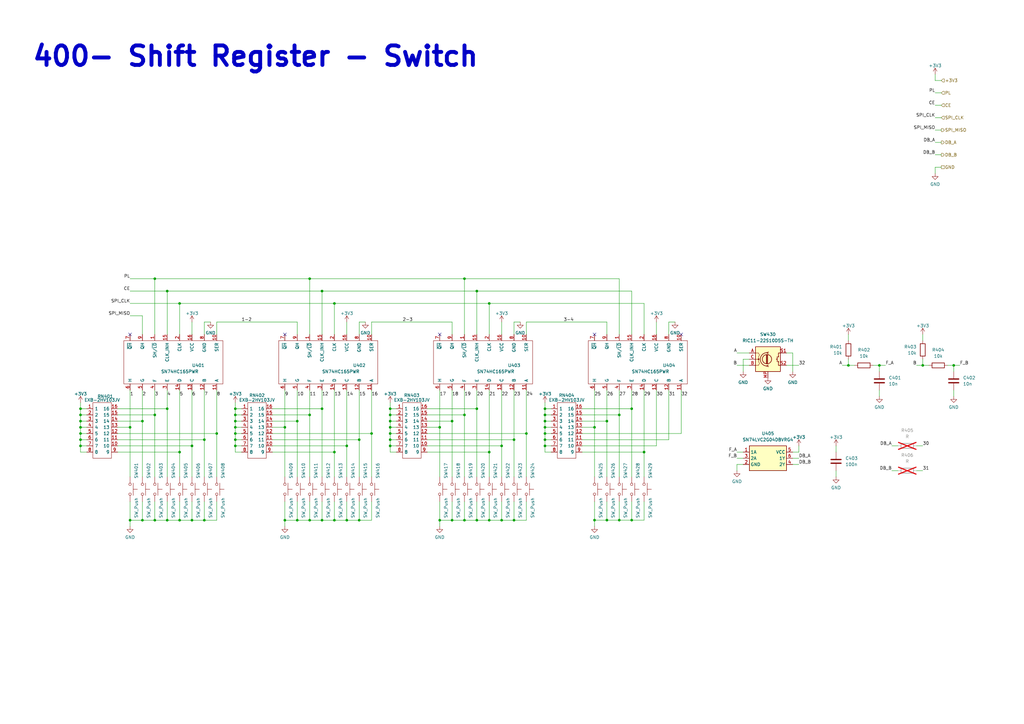
<source format=kicad_sch>
(kicad_sch (version 20231120) (generator "eeschema") (generator_version "8.0")
  (paper "A3")
  (title_block (title "PMK_Keyboard") (date "2024-02-11") (rev "HW01") (company "PumaCorp") (comment 1 "Design by: NdG"))
  (lib_symbols
    (symbol "Component lib:EXB-2HV103JV" (pin_names (offset 0.762))
      (property "Reference" "RN" (at 1.27 7.62 0))
      (property "Value" "EXB-2HV103JV" (at 1.27 5.08 0))
      (symbol "EXB-2HV103JV_0_0"
        (pin passive line (at 0 0 0) (length 2.54) (name "1") (number "1"))
        (pin passive line (at 12.7 -15.24 180) (length 2.54) (name "10") (number "10"))
        (pin passive line (at 12.7 -12.7 180) (length 2.54) (name "11") (number "11"))
        (pin passive line (at 12.7 -10.16 180) (length 2.54) (name "12") (number "12"))
        (pin passive line (at 12.7 -7.62 180) (length 2.54) (name "13") (number "13"))
        (pin passive line (at 12.7 -5.08 180) (length 2.54) (name "14") (number "14"))
        (pin passive line (at 12.7 -2.54 180) (length 2.54) (name "15") (number "15"))
        (pin passive line (at 12.7 0 180) (length 2.54) (name "16") (number "16"))
        (pin passive line (at 0 -2.54 0) (length 2.54) (name "2") (number "2"))
        (pin passive line (at 0 -5.08 0) (length 2.54) (name "3") (number "3"))
        (pin passive line (at 0 -7.62 0) (length 2.54) (name "4") (number "4"))
        (pin passive line (at 0 -10.16 0) (length 2.54) (name "5") (number "5"))
        (pin passive line (at 0 -12.7 0) (length 2.54) (name "6") (number "6"))
        (pin passive line (at 0 -15.24 0) (length 2.54) (name "7") (number "7"))
        (pin passive line (at 0 -17.78 0) (length 2.54) (name "8") (number "8"))
        (pin passive line (at 12.7 -17.78 180) (length 2.54) (name "9") (number "9"))
      )
      (symbol "EXB-2HV103JV_0_1"
        (polyline (pts (xy 2.54 2.54) (xy 10.16 2.54) (xy 10.16 -20.32) (xy 2.54 -20.32) (xy 2.54 2.54)) (stroke (width 0.1524)))
      )
    )
    (symbol "Component_lib:C" (pin_numbers hide) (pin_names (offset 0.254))
      (property "Reference" "C" (at 0.635 -1.27 0))
      (property "Value" "C" (at 0.635 -6.35 0))
      (symbol "C_0_1"
        (polyline (pts (xy -2.032 -4.572) (xy 2.032 -4.572)) (stroke (width 0.508)))
        (polyline (pts (xy -2.032 -3.048) (xy 2.032 -3.048)) (stroke (width 0.508)))
      )
      (symbol "C_1_1"
        (pin passive line (at 0 0 270) (length 2.794) (name "~") (number "1"))
        (pin passive line (at 0 -7.62 90) (length 2.794) (name "~") (number "2"))
      )
    )
    (symbol "Component_lib:R" (pin_numbers hide) (pin_names (offset 0))
      (property "Reference" "R" (at 2.032 -3.81 90))
      (property "Value" "R" (at 0 -3.81 90))
      (symbol "R_0_1"
        (rectangle (start -1.016 -6.35) (end 1.016 -1.27) (stroke (width 0.254)))
      )
      (symbol "R_1_1"
        (pin passive line (at 0 0 270) (length 1.27) (name "~") (number "1"))
        (pin passive line (at 0 -7.62 90) (length 1.27) (name "~") (number "2"))
      )
    )
    (symbol "Component_lib:RIC11-22S10D5S-TH" (pin_names (offset 0.254) hide)
      (property "Reference" "SW" (at 0 6.604 0))
      (property "Value" "RIC11-22S10D5S-TH" (at 0 -6.604 0))
      (symbol "RIC11-22S10D5S-TH_0_1"
        (rectangle (start -5.08 5.08) (end 5.08 -5.08) (stroke (width 0.254)) (fill (type background)))
        (circle (center -3.81 0) (radius 0.254) (fill (type outline)))
        (circle (center -0.381 0) (radius 1.905) (stroke (width 0.254)))
        (arc (start -0.381 2.667) (mid -3.0988 -0.0635) (end -0.381 -2.794) (stroke (width 0.254)))
        (polyline (pts (xy -0.635 -1.778) (xy -0.635 1.778)) (stroke (width 0.254)))
        (polyline (pts (xy -0.381 -1.778) (xy -0.381 1.778)) (stroke (width 0.254)))
        (polyline (pts (xy -0.127 1.778) (xy -0.127 -1.778)) (stroke (width 0.254)))
        (polyline (pts (xy 3.81 0) (xy 3.429 0)) (stroke (width 0.254)))
        (polyline (pts (xy 3.81 1.016) (xy 3.81 -1.016)) (stroke (width 0.254)))
        (polyline (pts (xy -5.08 -2.54) (xy -3.81 -2.54) (xy -3.81 -2.032)))
        (polyline (pts (xy -5.08 2.54) (xy -3.81 2.54) (xy -3.81 2.032)))
        (polyline (pts (xy 0.254 -3.048) (xy -0.508 -2.794) (xy 0.127 -2.413)) (stroke (width 0.254)))
        (polyline (pts (xy 0.254 2.921) (xy -0.508 2.667) (xy 0.127 2.286)) (stroke (width 0.254)))
        (polyline (pts (xy 5.08 -2.54) (xy 4.318 -2.54) (xy 4.318 -1.016)) (stroke (width 0.254)))
        (polyline (pts (xy 5.08 2.54) (xy 4.318 2.54) (xy 4.318 1.016)) (stroke (width 0.254)))
        (polyline (pts (xy -5.08 0) (xy -3.81 0) (xy -3.81 -1.016) (xy -3.302 -2.032)))
        (polyline (pts (xy -4.318 0) (xy -3.81 0) (xy -3.81 1.016) (xy -3.302 2.032)))
        (circle (center 4.318 -1.016) (radius 0.127) (stroke (width 0.254)))
        (circle (center 4.318 1.016) (radius 0.127) (stroke (width 0.254)))
      )
      (symbol "RIC11-22S10D5S-TH_1_1"
        (pin passive line (at -7.62 2.54 0) (length 2.54) (name "A") (number "A"))
        (pin passive line (at -7.62 -2.54 0) (length 2.54) (name "B") (number "B"))
        (pin passive line (at -7.62 0 0) (length 2.54) (name "C") (number "C"))
        (pin passive line (at 0 -7.62 90) (length 2.54) (name "MP") (number "MP"))
        (pin passive line (at 7.62 2.54 180) (length 2.54) (name "S1") (number "S1"))
        (pin passive line (at 7.62 -2.54 180) (length 2.54) (name "S2") (number "S2"))
      )
    )
    (symbol "Component_lib:SN74HC165PWR" (pin_names (offset 0.762))
      (property "Reference" "U" (at 2.54 5.08 0))
      (property "Value" "SN74HC165PWR" (at 7.62 5.08 0))
      (symbol "SN74HC165PWR_0_0"
        (pin passive line (at 22.86 -10.16 180) (length 2.54) (name "SH/~{LD}") (number "1"))
        (pin passive line (at 22.86 -35.56 180) (length 2.54) (name "SER") (number "10"))
        (pin passive line (at 0 -35.56 0) (length 2.54) (name "A") (number "11"))
        (pin passive line (at 0 -30.48 0) (length 2.54) (name "B") (number "12"))
        (pin passive line (at 0 -25.4 0) (length 2.54) (name "C") (number "13"))
        (pin passive line (at 0 -20.32 0) (length 2.54) (name "D") (number "14"))
        (pin passive line (at 22.86 -15.24 180) (length 2.54) (name "CLK_INH") (number "15"))
        (pin passive line (at 22.86 -25.4 180) (length 2.54) (name "VCC") (number "16"))
        (pin passive line (at 22.86 -20.32 180) (length 2.54) (name "CLK") (number "2"))
        (pin passive line (at 0 -15.24 0) (length 2.54) (name "E") (number "3"))
        (pin passive line (at 0 -10.16 0) (length 2.54) (name "F") (number "4"))
        (pin passive line (at 0 -5.08 0) (length 2.54) (name "G") (number "5"))
        (pin passive line (at 0 0 0) (length 2.54) (name "H") (number "6"))
        (pin passive line (at 22.86 0 180) (length 2.54) (name "~{QH}") (number "7"))
        (pin passive line (at 22.86 -30.48 180) (length 2.54) (name "GND") (number "8"))
        (pin passive line (at 22.86 -5.08 180) (length 2.54) (name "QH") (number "9"))
      )
      (symbol "SN74HC165PWR_0_1"
        (rectangle (start 2.54 2.54) (end 20.32 -38.1) (stroke (width 0.1524)))
      )
    )
    (symbol "Component_lib:SN74LVC2G04DBVRG4"
      (property "Reference" "U" (at 5.08 7.62 0))
      (property "Value" "SN74LVC2G04DBVRG4" (at 5.08 5.08 0))
      (symbol "SN74LVC2G04DBVRG4_1_1"
        (rectangle (start 2.54 2.54) (end 17.78 -7.62) (stroke (width 0.254)) (fill (type background)))
        (pin passive line (at 0 0 0) (length 2.54) (name "1A") (number "1"))
        (pin passive line (at 0 -5.08 0) (length 2.54) (name "GND") (number "2"))
        (pin passive line (at 0 -2.54 0) (length 2.54) (name "2A") (number "3"))
        (pin passive line (at 20.32 -5.08 180) (length 2.54) (name "2Y") (number "4"))
        (pin passive line (at 20.32 0 180) (length 2.54) (name "VCC") (number "5"))
        (pin passive line (at 20.32 -2.54 180) (length 2.54) (name "1Y") (number "6"))
      )
    )
    (symbol "Switch:SW_Push" (pin_numbers hide) (pin_names (offset 1.016) hide)
      (property "Reference" "SW" (at 1.27 2.54 0))
      (property "Value" "SW_Push" (at 0 -1.524 0))
      (symbol "SW_Push_0_1"
        (circle (center -2.032 0) (radius 0.508))
        (polyline (pts (xy 0 1.27) (xy 0 3.048)))
        (polyline (pts (xy 2.54 1.27) (xy -2.54 1.27)))
        (circle (center 2.032 0) (radius 0.508))
        (pin passive line (at -5.08 0 0) (length 2.54) (name "1") (number "1"))
        (pin passive line (at 5.08 0 180) (length 2.54) (name "2") (number "2"))
      )
    )
    (symbol "power:+3V3" (power) (pin_names (offset 0))
      (property "Value" "+3V3" (at 0 3.556 0))
      (symbol "+3V3_0_1"
        (polyline (pts (xy -0.762 1.27) (xy 0 2.54)))
        (polyline (pts (xy 0 0) (xy 0 2.54)))
        (polyline (pts (xy 0 2.54) (xy 0.762 1.27)))
      )
      (symbol "+3V3_1_1"
        (pin power_in line (at 0 0 90) (length 0) hide (name "+3V3") (number "1"))
      )
    )
    (symbol "power:GND" (power) (pin_names (offset 0))
      (property "Value" "GND" (at 0 -3.81 0))
      (symbol "GND_0_1"
        (polyline (pts (xy 0 0) (xy 0 -1.27) (xy 1.27 -1.27) (xy 0 -2.54) (xy -1.27 -1.27) (xy 0 -1.27)))
      )
      (symbol "GND_1_1"
        (pin power_in line (at 0 0 270) (length 0) hide (name "GND") (number "1"))
      )
    )
  )
  (junction (at 137.16 124.46))
  (junction (at 223.52 177.8))
  (junction (at 160.02 175.26))
  (junction (at 127 170.18))
  (junction (at 121.92 213.36))
  (junction (at 68.58 213.36))
  (junction (at 33.02 180.34))
  (junction (at 142.24 182.88))
  (junction (at 33.02 170.18))
  (junction (at 142.24 213.36))
  (junction (at 96.52 175.26))
  (junction (at 391.16 149.86))
  (junction (at 243.84 213.3229))
  (junction (at 132.08 213.36))
  (junction (at 190.5 114.3))
  (junction (at 137.16 213.36))
  (junction (at 190.5 213.36))
  (junction (at 223.52 180.34))
  (junction (at 33.02 167.64))
  (junction (at 33.02 182.88))
  (junction (at 83.82 180.34))
  (junction (at 63.5 170.18))
  (junction (at 185.42 213.36))
  (junction (at 147.32 180.34))
  (junction (at 127 213.36))
  (junction (at 33.02 177.8))
  (junction (at 254 213.3229))
  (junction (at 127 114.3))
  (junction (at 116.84 213.36))
  (junction (at 96.52 180.34))
  (junction (at 205.74 182.88))
  (junction (at 223.52 175.26))
  (junction (at 73.66 124.46))
  (junction (at 58.42 213.36))
  (junction (at 160.02 180.34))
  (junction (at 185.42 172.72))
  (junction (at 248.92 172.72))
  (junction (at 347.98 149.86))
  (junction (at 243.84 175.26))
  (junction (at 195.58 213.36))
  (junction (at 53.34 213.36))
  (junction (at 248.92 213.3229))
  (junction (at 205.74 213.36))
  (junction (at 96.52 177.8))
  (junction (at 33.02 175.26))
  (junction (at 160.02 170.18))
  (junction (at 210.82 213.36))
  (junction (at 195.58 167.64))
  (junction (at 259.08 167.64))
  (junction (at 63.5 114.3))
  (junction (at 137.16 185.42))
  (junction (at 73.66 185.42))
  (junction (at 190.5 170.18))
  (junction (at 33.02 172.72))
  (junction (at 215.9 177.8))
  (junction (at 254 170.18))
  (junction (at 195.58 119.38))
  (junction (at 116.84 175.26))
  (junction (at 132.08 119.38))
  (junction (at 223.52 172.72))
  (junction (at 200.66 185.42))
  (junction (at 223.52 170.18))
  (junction (at 210.82 180.34))
  (junction (at 200.66 124.46))
  (junction (at 58.42 172.72))
  (junction (at 53.34 175.26))
  (junction (at 360.68 149.86))
  (junction (at 63.5 213.36))
  (junction (at 259.08 213.3229))
  (junction (at 96.52 167.64))
  (junction (at 83.82 213.36))
  (junction (at 78.74 213.36))
  (junction (at 96.52 182.88))
  (junction (at 96.52 172.72))
  (junction (at 73.66 213.36))
  (junction (at 96.52 170.18))
  (junction (at 121.92 172.72))
  (junction (at 180.34 175.26))
  (junction (at 132.08 167.64))
  (junction (at 180.34 213.36))
  (junction (at 78.74 182.88))
  (junction (at 160.02 172.72))
  (junction (at 160.02 177.8))
  (junction (at 68.58 167.64))
  (junction (at 160.02 167.64))
  (junction (at 223.52 167.64))
  (junction (at 88.9 177.8))
  (junction (at 223.52 182.88))
  (junction (at 378.46 149.86))
  (junction (at 264.16 185.42))
  (junction (at 147.32 213.36))
  (junction (at 68.58 119.38))
  (junction (at 200.66 213.36))
  (junction (at 160.02 182.88))
  (junction (at 152.4 177.8))
  (no_connect (at 180.34 137.16))
  (no_connect (at 53.34 137.16))
  (no_connect (at 243.84 137.16))
  (no_connect (at 279.4 137.16))
  (no_connect (at 116.84 137.16))
  (wire (pts (xy 205.74 205.74) (xy 205.74 213.36)))
  (wire (pts (xy 195.58 205.74) (xy 195.58 213.36)))
  (wire (pts (xy 365.76 182.88) (xy 368.3 182.88)))
  (wire (pts (xy 33.02 175.26) (xy 33.02 177.8)))
  (wire (pts (xy 200.66 213.36) (xy 195.58 213.36)))
  (wire (pts (xy 302.26 149.86) (xy 307.34 149.86)))
  (wire (pts (xy 185.42 160.02) (xy 185.42 172.72)))
  (wire (pts (xy 78.74 132.08) (xy 78.74 137.16)))
  (wire (pts (xy 132.08 213.36) (xy 127 213.36)))
  (wire (pts (xy 215.9 132.08) (xy 248.92 132.08)))
  (wire (pts (xy 127 205.74) (xy 127 213.36)))
  (wire (pts (xy 210.82 160.02) (xy 210.82 180.34)))
  (wire (pts (xy 215.9 137.16) (xy 215.9 132.08)))
  (wire (pts (xy 302.26 190.5) (xy 302.26 193.04)))
  (wire (pts (xy 391.16 160.02) (xy 391.16 162.56)))
  (wire (pts (xy 96.52 175.26) (xy 99.06 175.26)))
  (wire (pts (xy 190.5 114.3) (xy 190.5 137.16)))
  (wire (pts (xy 248.92 172.72) (xy 248.92 195.58)))
  (wire (pts (xy 200.66 205.74) (xy 200.66 213.36)))
  (wire (pts (xy 88.9 213.36) (xy 83.82 213.36)))
  (wire (pts (xy 142.24 182.88) (xy 142.24 195.58)))
  (wire (pts (xy 238.76 177.8) (xy 279.4 177.8)))
  (wire (pts (xy 185.42 213.36) (xy 185.42 205.74)))
  (wire (pts (xy 223.52 167.64) (xy 226.06 167.64)))
  (wire (pts (xy 88.9 205.74) (xy 88.9 213.36)))
  (wire (pts (xy 78.74 182.88) (xy 78.74 195.58)))
  (wire (pts (xy 142.24 213.36) (xy 137.16 213.36)))
  (wire (pts (xy 238.76 185.42) (xy 264.16 185.42)))
  (wire (pts (xy 327.66 182.88) (xy 327.66 185.42)))
  (wire (pts (xy 86.36 132.08) (xy 83.82 132.08)))
  (wire (pts (xy 96.52 165.1) (xy 96.52 167.64)))
  (wire (pts (xy 195.58 160.02) (xy 195.58 167.64)))
  (wire (pts (xy 360.68 160.02) (xy 360.68 162.56)))
  (wire (pts (xy 378.46 137.16) (xy 378.46 139.7)))
  (wire (pts (xy 175.26 172.72) (xy 185.42 172.72)))
  (wire (pts (xy 264.16 160.02) (xy 264.16 185.42)))
  (wire (pts (xy 111.76 182.88) (xy 142.24 182.88)))
  (wire (pts (xy 383.54 43.18) (xy 386.08 43.18)))
  (wire (pts (xy 33.02 167.64) (xy 33.02 170.18)))
  (wire (pts (xy 223.52 177.8) (xy 223.52 180.34)))
  (wire (pts (xy 96.52 172.72) (xy 96.52 175.26)))
  (wire (pts (xy 96.52 172.72) (xy 99.06 172.72)))
  (wire (pts (xy 223.52 182.88) (xy 223.52 185.42)))
  (wire (pts (xy 259.08 167.64) (xy 259.08 195.58)))
  (wire (pts (xy 48.26 177.8) (xy 88.9 177.8)))
  (wire (pts (xy 96.52 182.88) (xy 99.06 182.88)))
  (wire (pts (xy 391.16 149.86) (xy 391.16 152.4)))
  (wire (pts (xy 33.02 175.26) (xy 35.56 175.26)))
  (wire (pts (xy 259.08 119.38) (xy 259.08 137.16)))
  (wire (pts (xy 223.52 170.18) (xy 223.52 172.72)))
  (wire (pts (xy 223.52 172.72) (xy 223.52 175.26)))
  (wire (pts (xy 215.9 213.36) (xy 210.82 213.36)))
  (wire (pts (xy 160.02 182.88) (xy 162.56 182.88)))
  (wire (pts (xy 200.66 124.46) (xy 200.66 137.16)))
  (wire (pts (xy 190.5 170.18) (xy 190.5 195.58)))
  (wire (pts (xy 53.34 215.9) (xy 53.34 213.36)))
  (wire (pts (xy 63.5 213.36) (xy 58.42 213.36)))
  (wire (pts (xy 137.16 160.02) (xy 137.16 185.42)))
  (wire (pts (xy 33.02 172.72) (xy 35.56 172.72)))
  (wire (pts (xy 147.32 213.36) (xy 142.24 213.36)))
  (wire (pts (xy 248.92 132.08) (xy 248.92 137.16)))
  (wire (pts (xy 88.9 177.8) (xy 88.9 195.58)))
  (wire (pts (xy 58.42 213.36) (xy 58.42 205.74)))
  (wire (pts (xy 345.44 149.86) (xy 347.98 149.86)))
  (wire (pts (xy 347.98 149.86) (xy 350.52 149.86)))
  (wire (pts (xy 248.92 213.3229) (xy 248.92 205.74)))
  (wire (pts (xy 160.02 167.64) (xy 162.56 167.64)))
  (wire (pts (xy 185.42 172.72) (xy 185.42 195.58)))
  (wire (pts (xy 68.58 119.38) (xy 68.58 137.16)))
  (wire (pts (xy 33.02 185.42) (xy 35.56 185.42)))
  (wire (pts (xy 127 114.3) (xy 190.5 114.3)))
  (wire (pts (xy 33.02 180.34) (xy 35.56 180.34)))
  (wire (pts (xy 68.58 167.64) (xy 68.58 195.58)))
  (wire (pts (xy 149.86 132.08) (xy 147.32 132.08)))
  (wire (pts (xy 215.9 177.8) (xy 215.9 195.58)))
  (wire (pts (xy 121.92 172.72) (xy 121.92 195.58)))
  (wire (pts (xy 210.82 213.36) (xy 205.74 213.36)))
  (wire (pts (xy 33.02 167.64) (xy 35.56 167.64)))
  (wire (pts (xy 63.5 205.74) (xy 63.5 213.36)))
  (wire (pts (xy 83.82 160.02) (xy 83.82 180.34)))
  (wire (pts (xy 185.42 132.08) (xy 185.42 137.16)))
  (wire (pts (xy 175.26 185.42) (xy 200.66 185.42)))
  (wire (pts (xy 264.16 185.42) (xy 264.16 195.58)))
  (wire (pts (xy 325.12 187.96) (xy 327.66 187.96)))
  (wire (pts (xy 33.02 172.72) (xy 33.02 175.26)))
  (wire (pts (xy 152.4 213.36) (xy 147.32 213.36)))
  (wire (pts (xy 223.52 180.34) (xy 223.52 182.88)))
  (wire (pts (xy 132.08 167.64) (xy 132.08 195.58)))
  (wire (pts (xy 254 160.02) (xy 254 170.18)))
  (wire (pts (xy 63.5 114.3) (xy 127 114.3)))
  (wire (pts (xy 127 213.36) (xy 121.92 213.36)))
  (wire (pts (xy 33.02 177.8) (xy 35.56 177.8)))
  (wire (pts (xy 116.84 175.26) (xy 116.84 195.58)))
  (wire (pts (xy 195.58 119.38) (xy 259.08 119.38)))
  (wire (pts (xy 73.66 160.02) (xy 73.66 185.42)))
  (wire (pts (xy 238.76 167.64) (xy 259.08 167.64)))
  (wire (pts (xy 152.4 177.8) (xy 152.4 195.58)))
  (wire (pts (xy 254 170.18) (xy 254 195.58)))
  (wire (pts (xy 152.4 205.74) (xy 152.4 213.36)))
  (wire (pts (xy 223.52 182.88) (xy 226.06 182.88)))
  (wire (pts (xy 223.52 170.18) (xy 226.06 170.18)))
  (wire (pts (xy 254 213.3229) (xy 248.92 213.3229)))
  (wire (pts (xy 53.34 114.3) (xy 63.5 114.3)))
  (wire (pts (xy 160.02 165.1) (xy 160.02 167.64)))
  (wire (pts (xy 195.58 119.38) (xy 195.58 137.16)))
  (wire (pts (xy 254 205.74) (xy 254 213.3229)))
  (wire (pts (xy 210.82 205.74) (xy 210.82 213.36)))
  (wire (pts (xy 213.36 132.08) (xy 210.82 132.08)))
  (wire (pts (xy 88.9 137.16) (xy 88.9 132.08)))
  (wire (pts (xy 238.76 170.18) (xy 254 170.18)))
  (wire (pts (xy 116.84 215.9) (xy 116.84 213.36)))
  (wire (pts (xy 215.9 205.74) (xy 215.9 213.36)))
  (wire (pts (xy 180.34 160.02) (xy 180.34 175.26)))
  (wire (pts (xy 223.52 177.8) (xy 226.06 177.8)))
  (wire (pts (xy 223.52 175.26) (xy 223.52 177.8)))
  (wire (pts (xy 147.32 180.34) (xy 147.32 195.58)))
  (wire (pts (xy 342.9 193.04) (xy 342.9 195.58)))
  (wire (pts (xy 142.24 205.74) (xy 142.24 213.36)))
  (wire (pts (xy 68.58 213.36) (xy 63.5 213.36)))
  (wire (pts (xy 152.4 137.16) (xy 152.4 132.08)))
  (wire (pts (xy 243.84 160.02) (xy 243.84 175.26)))
  (wire (pts (xy 53.34 160.02) (xy 53.34 175.26)))
  (wire (pts (xy 383.54 68.58) (xy 383.54 71.12)))
  (wire (pts (xy 160.02 170.18) (xy 162.56 170.18)))
  (wire (pts (xy 160.02 180.34) (xy 162.56 180.34)))
  (wire (pts (xy 160.02 167.64) (xy 160.02 170.18)))
  (wire (pts (xy 195.58 167.64) (xy 195.58 195.58)))
  (wire (pts (xy 53.34 175.26) (xy 53.34 195.58)))
  (wire (pts (xy 152.4 160.02) (xy 152.4 177.8)))
  (wire (pts (xy 210.82 132.08) (xy 210.82 137.16)))
  (wire (pts (xy 96.52 170.18) (xy 99.06 170.18)))
  (wire (pts (xy 116.84 160.02) (xy 116.84 175.26)))
  (wire (pts (xy 142.24 160.02) (xy 142.24 182.88)))
  (wire (pts (xy 111.76 177.8) (xy 152.4 177.8)))
  (wire (pts (xy 48.26 175.26) (xy 53.34 175.26)))
  (wire (pts (xy 322.58 149.86) (xy 327.66 149.86)))
  (wire (pts (xy 391.16 149.86) (xy 393.7 149.86)))
  (wire (pts (xy 88.9 132.08) (xy 121.92 132.08)))
  (wire (pts (xy 48.26 172.72) (xy 58.42 172.72)))
  (wire (pts (xy 322.58 144.78) (xy 325.12 144.78)))
  (wire (pts (xy 53.34 129.54) (xy 58.42 129.54)))
  (wire (pts (xy 383.54 48.26) (xy 386.08 48.26)))
  (wire (pts (xy 48.26 185.42) (xy 73.66 185.42)))
  (wire (pts (xy 48.26 182.88) (xy 78.74 182.88)))
  (wire (pts (xy 111.76 167.64) (xy 132.08 167.64)))
  (wire (pts (xy 180.34 213.36) (xy 185.42 213.36)))
  (wire (pts (xy 378.46 149.86) (xy 381 149.86)))
  (wire (pts (xy 304.8 190.5) (xy 302.26 190.5)))
  (wire (pts (xy 205.74 213.36) (xy 200.66 213.36)))
  (wire (pts (xy 175.26 170.18) (xy 190.5 170.18)))
  (wire (pts (xy 142.24 132.08) (xy 142.24 137.16)))
  (wire (pts (xy 302.26 187.96) (xy 304.8 187.96)))
  (wire (pts (xy 175.26 182.88) (xy 205.74 182.88)))
  (wire (pts (xy 53.34 119.38) (xy 68.58 119.38)))
  (wire (pts (xy 180.34 215.9) (xy 180.34 213.36)))
  (wire (pts (xy 210.82 180.34) (xy 210.82 195.58)))
  (wire (pts (xy 53.34 124.46) (xy 73.66 124.46)))
  (wire (pts (xy 223.52 175.26) (xy 226.06 175.26)))
  (wire (pts (xy 48.26 170.18) (xy 63.5 170.18)))
  (wire (pts (xy 96.52 180.34) (xy 99.06 180.34)))
  (wire (pts (xy 223.52 167.64) (xy 223.52 170.18)))
  (wire (pts (xy 248.92 160.02) (xy 248.92 172.72)))
  (wire (pts (xy 132.08 205.74) (xy 132.08 213.36)))
  (wire (pts (xy 375.92 149.86) (xy 378.46 149.86)))
  (wire (pts (xy 160.02 177.8) (xy 162.56 177.8)))
  (wire (pts (xy 375.92 193.04) (xy 378.46 193.04)))
  (wire (pts (xy 116.84 213.36) (xy 121.92 213.36)))
  (wire (pts (xy 78.74 160.02) (xy 78.74 182.88)))
  (wire (pts (xy 160.02 185.42) (xy 162.56 185.42)))
  (wire (pts (xy 360.68 149.86) (xy 363.22 149.86)))
  (wire (pts (xy 302.26 144.78) (xy 307.34 144.78)))
  (wire (pts (xy 127 114.3) (xy 127 137.16)))
  (wire (pts (xy 259.08 205.74) (xy 259.08 213.3229)))
  (wire (pts (xy 190.5 213.36) (xy 185.42 213.36)))
  (wire (pts (xy 325.12 144.78) (xy 325.12 152.4)))
  (wire (pts (xy 33.02 170.18) (xy 35.56 170.18)))
  (wire (pts (xy 190.5 114.3) (xy 254 114.3)))
  (wire (pts (xy 274.32 132.08) (xy 276.86 132.08)))
  (wire (pts (xy 116.84 205.74) (xy 116.84 213.36)))
  (wire (pts (xy 53.34 205.74) (xy 53.34 213.36)))
  (wire (pts (xy 63.5 137.16) (xy 63.5 114.3)))
  (wire (pts (xy 111.76 185.42) (xy 137.16 185.42)))
  (wire (pts (xy 96.52 180.34) (xy 96.52 182.88)))
  (wire (pts (xy 254 114.3) (xy 254 137.16)))
  (wire (pts (xy 302.26 185.42) (xy 304.8 185.42)))
  (wire (pts (xy 383.54 30.48) (xy 383.54 33.02)))
  (wire (pts (xy 83.82 132.08) (xy 83.82 137.16)))
  (wire (pts (xy 127 160.02) (xy 127 170.18)))
  (wire (pts (xy 243.84 175.26) (xy 243.84 195.58)))
  (wire (pts (xy 238.76 180.34) (xy 274.32 180.34)))
  (wire (pts (xy 205.74 160.02) (xy 205.74 182.88)))
  (wire (pts (xy 132.08 119.38) (xy 195.58 119.38)))
  (wire (pts (xy 274.32 137.16) (xy 274.32 132.08)))
  (wire (pts (xy 147.32 205.74) (xy 147.32 213.36)))
  (wire (pts (xy 96.52 167.64) (xy 99.06 167.64)))
  (wire (pts (xy 73.66 185.42) (xy 73.66 195.58)))
  (wire (pts (xy 121.92 213.36) (xy 121.92 205.74)))
  (wire (pts (xy 96.52 177.8) (xy 99.06 177.8)))
  (wire (pts (xy 121.92 132.08) (xy 121.92 137.16)))
  (wire (pts (xy 223.52 185.42) (xy 226.06 185.42)))
  (wire (pts (xy 175.26 177.8) (xy 215.9 177.8)))
  (wire (pts (xy 243.84 215.9) (xy 243.84 213.3229)))
  (wire (pts (xy 325.12 190.5) (xy 327.66 190.5)))
  (wire (pts (xy 279.4 160.02) (xy 279.4 177.8)))
  (wire (pts (xy 259.08 160.02) (xy 259.08 167.64)))
  (wire (pts (xy 152.4 132.08) (xy 185.42 132.08)))
  (wire (pts (xy 83.82 205.74) (xy 83.82 213.36)))
  (wire (pts (xy 160.02 172.72) (xy 162.56 172.72)))
  (wire (pts (xy 360.68 149.86) (xy 360.68 152.4)))
  (wire (pts (xy 238.76 175.26) (xy 243.84 175.26)))
  (wire (pts (xy 388.62 149.86) (xy 391.16 149.86)))
  (wire (pts (xy 264.16 213.3229) (xy 259.08 213.3229)))
  (wire (pts (xy 327.66 185.42) (xy 325.12 185.42)))
  (wire (pts (xy 347.98 137.16) (xy 347.98 139.7)))
  (wire (pts (xy 111.76 170.18) (xy 127 170.18)))
  (wire (pts (xy 304.8 147.32) (xy 304.8 152.4)))
  (wire (pts (xy 200.66 160.02) (xy 200.66 185.42)))
  (wire (pts (xy 383.54 63.5) (xy 386.08 63.5)))
  (wire (pts (xy 96.52 182.88) (xy 96.52 185.42)))
  (wire (pts (xy 83.82 213.36) (xy 78.74 213.36)))
  (wire (pts (xy 137.16 185.42) (xy 137.16 195.58)))
  (wire (pts (xy 180.34 205.74) (xy 180.34 213.36)))
  (wire (pts (xy 83.82 180.34) (xy 83.82 195.58)))
  (wire (pts (xy 58.42 129.54) (xy 58.42 137.16)))
  (wire (pts (xy 58.42 172.72) (xy 58.42 195.58)))
  (wire (pts (xy 78.74 205.74) (xy 78.74 213.36)))
  (wire (pts (xy 111.76 175.26) (xy 116.84 175.26)))
  (wire (pts (xy 365.76 193.04) (xy 368.3 193.04)))
  (wire (pts (xy 180.34 175.26) (xy 180.34 195.58)))
  (wire (pts (xy 73.66 137.16) (xy 73.66 124.46)))
  (wire (pts (xy 73.66 213.36) (xy 68.58 213.36)))
  (wire (pts (xy 53.34 213.36) (xy 58.42 213.36)))
  (wire (pts (xy 223.52 180.34) (xy 226.06 180.34)))
  (wire (pts (xy 63.5 170.18) (xy 63.5 195.58)))
  (wire (pts (xy 175.26 167.64) (xy 195.58 167.64)))
  (wire (pts (xy 358.14 149.86) (xy 360.68 149.86)))
  (wire (pts (xy 269.24 160.02) (xy 269.24 182.88)))
  (wire (pts (xy 200.66 185.42) (xy 200.66 195.58)))
  (wire (pts (xy 111.76 172.72) (xy 121.92 172.72)))
  (wire (pts (xy 132.08 119.38) (xy 132.08 137.16)))
  (wire (pts (xy 111.76 180.34) (xy 147.32 180.34)))
  (wire (pts (xy 160.02 175.26) (xy 162.56 175.26)))
  (wire (pts (xy 48.26 167.64) (xy 68.58 167.64)))
  (wire (pts (xy 160.02 180.34) (xy 160.02 182.88)))
  (wire (pts (xy 137.16 213.36) (xy 132.08 213.36)))
  (wire (pts (xy 58.42 160.02) (xy 58.42 172.72)))
  (wire (pts (xy 160.02 170.18) (xy 160.02 172.72)))
  (wire (pts (xy 175.26 180.34) (xy 210.82 180.34)))
  (wire (pts (xy 307.34 147.32) (xy 304.8 147.32)))
  (wire (pts (xy 347.98 147.32) (xy 347.98 149.86)))
  (wire (pts (xy 96.52 170.18) (xy 96.52 172.72)))
  (wire (pts (xy 132.08 160.02) (xy 132.08 167.64)))
  (wire (pts (xy 96.52 167.64) (xy 96.52 170.18)))
  (wire (pts (xy 147.32 160.02) (xy 147.32 180.34)))
  (wire (pts (xy 264.16 205.74) (xy 264.16 213.3229)))
  (wire (pts (xy 73.66 124.46) (xy 137.16 124.46)))
  (wire (pts (xy 33.02 177.8) (xy 33.02 180.34)))
  (wire (pts (xy 238.76 172.72) (xy 248.92 172.72)))
  (wire (pts (xy 274.32 160.02) (xy 274.32 180.34)))
  (wire (pts (xy 33.02 170.18) (xy 33.02 172.72)))
  (wire (pts (xy 33.02 180.34) (xy 33.02 182.88)))
  (wire (pts (xy 160.02 172.72) (xy 160.02 175.26)))
  (wire (pts (xy 96.52 185.42) (xy 99.06 185.42)))
  (wire (pts (xy 205.74 182.88) (xy 205.74 195.58)))
  (wire (pts (xy 378.46 147.32) (xy 378.46 149.86)))
  (wire (pts (xy 68.58 160.02) (xy 68.58 167.64)))
  (wire (pts (xy 68.58 119.38) (xy 132.08 119.38)))
  (wire (pts (xy 137.16 124.46) (xy 200.66 124.46)))
  (wire (pts (xy 223.52 172.72) (xy 226.06 172.72)))
  (wire (pts (xy 160.02 182.88) (xy 160.02 185.42)))
  (wire (pts (xy 96.52 175.26) (xy 96.52 177.8)))
  (wire (pts (xy 190.5 205.74) (xy 190.5 213.36)))
  (wire (pts (xy 121.92 160.02) (xy 121.92 172.72)))
  (wire (pts (xy 63.5 160.02) (xy 63.5 170.18)))
  (wire (pts (xy 205.74 132.08) (xy 205.74 137.16)))
  (wire (pts (xy 48.26 180.34) (xy 83.82 180.34)))
  (wire (pts (xy 137.16 205.74) (xy 137.16 213.36)))
  (wire (pts (xy 175.26 175.26) (xy 180.34 175.26)))
  (wire (pts (xy 160.02 175.26) (xy 160.02 177.8)))
  (wire (pts (xy 127 170.18) (xy 127 195.58)))
  (wire (pts (xy 383.54 58.42) (xy 386.08 58.42)))
  (wire (pts (xy 269.24 132.08) (xy 269.24 137.16)))
  (wire (pts (xy 243.84 213.3229) (xy 248.92 213.3229)))
  (wire (pts (xy 200.66 124.46) (xy 264.16 124.46)))
  (wire (pts (xy 137.16 124.46) (xy 137.16 137.16)))
  (wire (pts (xy 78.74 213.36) (xy 73.66 213.36)))
  (wire (pts (xy 259.08 213.3229) (xy 254 213.3229)))
  (wire (pts (xy 342.9 182.88) (xy 342.9 185.42)))
  (wire (pts (xy 88.9 160.02) (xy 88.9 177.8)))
  (wire (pts (xy 264.16 124.46) (xy 264.16 137.16)))
  (wire (pts (xy 383.54 33.02) (xy 386.08 33.02)))
  (wire (pts (xy 243.84 205.74) (xy 243.84 213.3229)))
  (wire (pts (xy 195.58 213.36) (xy 190.5 213.36)))
  (wire (pts (xy 223.52 165.1) (xy 223.52 167.64)))
  (wire (pts (xy 160.02 177.8) (xy 160.02 180.34)))
  (wire (pts (xy 383.54 53.34) (xy 386.08 53.34)))
  (wire (pts (xy 33.02 165.1) (xy 33.02 167.64)))
  (wire (pts (xy 190.5 160.02) (xy 190.5 170.18)))
  (wire (pts (xy 386.08 68.58) (xy 383.54 68.58)))
  (wire (pts (xy 375.92 182.88) (xy 378.46 182.88)))
  (wire (pts (xy 215.9 160.02) (xy 215.9 177.8)))
  (wire (pts (xy 147.32 132.08) (xy 147.32 137.16)))
  (wire (pts (xy 238.76 182.88) (xy 269.24 182.88)))
  (wire (pts (xy 96.52 177.8) (xy 96.52 180.34)))
  (wire (pts (xy 73.66 205.74) (xy 73.66 213.36)))
  (wire (pts (xy 33.02 182.88) (xy 33.02 185.42)))
  (wire (pts (xy 383.54 38.1) (xy 386.08 38.1)))
  (wire (pts (xy 33.02 182.88) (xy 35.56 182.88)))
  (wire (pts (xy 68.58 205.74) (xy 68.58 213.36)))
  (text "400- Shift Register - Switch" (at 12.7 27.94 0) (effects (font (size 8 8) (thickness 1.6) (bold yes)) (justify left bottom)))
  (label "17" (at 180.34 162.56 0))
  (label "3-4" (at 231.14 132.08 0))
  (label "30" (at 378.46 182.88 0))
  (label "9" (at 116.84 162.56 0))
  (label "6" (at 78.74 162.56 0))
  (label "29" (at 264.16 162.56 0))
  (label "25" (at 243.84 162.56 0))
  (label "DB_A" (at 327.66 187.96 0))
  (label "8" (at 88.9 162.56 0))
  (label "DB_A" (at 365.76 182.88 180))
  (label "DB_B" (at 365.76 193.04 180))
  (label "SPI_CLK" (at 383.54 48.26 180))
  (label "5" (at 73.66 162.56 0))
  (label "28" (at 259.08 162.56 0))
  (label "21" (at 200.66 162.56 0))
  (label "15" (at 147.32 162.56 0))
  (label "18" (at 185.42 162.56 0))
  (label "16" (at 152.4 162.56 0))
  (label "B" (at 375.92 149.86 180))
  (label "13" (at 137.16 162.56 0))
  (label "3" (at 63.5 162.56 0))
  (label "PL" (at 383.54 38.1 180))
  (label "A" (at 302.26 144.78 180))
  (label "14" (at 142.24 162.56 0))
  (label "20" (at 195.58 162.56 0))
  (label "7" (at 83.82 162.56 0))
  (label "B" (at 302.26 149.86 180))
  (label "SPI_CLK" (at 53.34 124.46 180))
  (label "19" (at 190.5 162.56 0))
  (label "31" (at 274.32 162.56 0))
  (label "DB_A" (at 383.54 58.42 180))
  (label "PL" (at 53.34 114.3 180))
  (label "F_A" (at 363.22 149.86 0))
  (label "32" (at 327.66 149.86 0))
  (label "F_B" (at 393.7 149.86 0))
  (label "22" (at 205.74 162.56 0))
  (label "A" (at 345.44 149.86 180))
  (label "F_B" (at 302.26 187.96 180))
  (label "10" (at 121.92 162.56 0))
  (label "26" (at 248.92 162.56 0))
  (label "4" (at 68.58 162.56 0))
  (label "F_A" (at 302.26 185.42 180))
  (label "23" (at 210.82 162.56 0))
  (label "24" (at 215.9 162.56 0))
  (label "11" (at 127 162.56 0))
  (label "31" (at 378.46 193.04 0))
  (label "CE" (at 383.54 43.18 180))
  (label "CE" (at 53.34 119.38 180))
  (label "2" (at 58.42 162.56 0))
  (label "30" (at 269.24 162.56 0))
  (label "12" (at 132.08 162.56 0))
  (label "DB_B" (at 383.54 63.5 180))
  (label "27" (at 254 162.56 0))
  (label "SPI_MISO" (at 53.34 129.54 180))
  (label "1" (at 53.34 162.56 0))
  (label "32" (at 279.4 162.56 0))
  (label "2-3" (at 165.1 132.08 0))
  (label "1-2" (at 99.06 132.08 0))
  (label "SPI_MISO" (at 383.54 53.34 180))
  (label "DB_B" (at 327.66 190.5 0))
  (hierarchical_label "DB_B" (shape output) (at 386.08 63.5 0))
  (hierarchical_label "SPI_MISO" (shape output) (at 386.08 53.34 0))
  (hierarchical_label "PL" (shape input) (at 386.08 38.1 0))
  (hierarchical_label "GND" (shape passive) (at 386.08 68.58 0))
  (hierarchical_label "CE" (shape input) (at 386.08 43.18 0))
  (hierarchical_label "SPI_CLK" (shape input) (at 386.08 48.26 0))
  (hierarchical_label "DB_A" (shape output) (at 386.08 58.42 0))
  (hierarchical_label "+3V3" (shape input) (at 386.08 33.02 0))
  (symbol (lib_id "Component lib:EXB-2HV103JV") (at 226.06 167.64 0) (unit 1)
    (property "Reference" "RN404" (at 232.41 162.1409 0))
    (property "Value" "EXB-2HV103JV" (at 232.41 164.0619 0))
    (property "Footprint" "Component_lib:EXB2HV_1" (effects (hide yes)))
    (property "Datasheet" "https://industrial.panasonic.com/cdbs/www-data/pdf/AOC0000/AOC0000C14.pdf" (effects (hide yes)))
    (property "Description" "Resistor Networks & Arrays 10K OHM 5%" (effects (hide yes)))
    (property "Mouser Part Number" "667-EXB-2HV103JV" (effects (hide yes)))
    (property "Mouser Price/Stock" "https://www.mouser.co.uk/ProductDetail/Panasonic/EXB-2HV103JV?qs=oE3VwAv%2FYtnxG1PkyhflFQ%3D%3D" (effects (hide yes)))
    (property "Manufacturer_Name" "Panasonic" (effects (hide yes)))
    (property "Manufacturer_Part_Number" "EXB-2HV103JV" (effects (hide yes)))
  )
  (symbol (lib_id "power:GND") (at 304.8 152.4 0) (unit 1)
    (property "Reference" "#PWR0423" (effects (hide yes)))
    (property "Value" "GND" (at 304.8 156.8434 0))
  )
  (symbol (lib_id "Switch:SW_Push") (at 63.5 200.66 270) (unit 1)
    (property "Reference" "SW403" (at 66.04 193.04 0))
    (property "Value" "SW_Push" (at 66.04 208.28 0))
    (property "Footprint" "Component_lib:Kailh_socket_PG1350_reversible" (effects (hide yes)))
  )
  (symbol (lib_id "power:+3V3") (at 378.46 137.16 0) (mirror y) (unit 1)
    (property "Reference" "#PWR0217" (effects (hide yes)))
    (property "Value" "+3V3" (at 378.46 133.5842 0))
  )
  (symbol (lib_id "power:+3V3") (at 142.24 132.08 0) (unit 1)
    (property "Reference" "#PWR0413" (effects (hide yes)))
    (property "Value" "+3V3" (at 142.24 128.5042 0))
  )
  (symbol (lib_id "power:+3V3") (at 342.9 182.88 0) (unit 1)
    (property "Reference" "#PWR0219" (effects (hide yes)))
    (property "Value" "+3V3" (at 342.9 179.3042 0))
  )
  (symbol (lib_id "Component_lib:C") (at 360.68 152.4 0) (mirror y) (unit 1)
    (property "Reference" "C401" (at 364.49 154.9399 0) (effects (justify right)))
    (property "Value" "10n" (at 364.49 157.4799 0) (effects (justify right)))
    (property "Footprint" "Capacitor_SMD:C_0402_1005Metric" (effects (hide yes)))
    (property "Description" "Unpolarized capacitor" (effects (hide yes)))
  )
  (symbol (lib_id "power:GND") (at 302.26 193.04 0) (unit 1)
    (property "Reference" "#PWR0213" (effects (hide yes)))
    (property "Value" "GND" (at 302.26 197.4834 0))
  )
  (symbol (lib_id "power:GND") (at 383.54 71.12 0) (unit 1)
    (property "Reference" "#PWR0410" (effects (hide yes)))
    (property "Value" "GND" (at 383.54 75.5634 0))
  )
  (symbol (lib_id "power:GND") (at 180.34 215.9 0) (unit 1)
    (property "Reference" "#PWR0428" (effects (hide yes)))
    (property "Value" "GND" (at 180.34 220.3434 0))
  )
  (symbol (lib_id "Switch:SW_Push") (at 58.42 200.66 270) (unit 1)
    (property "Reference" "SW402" (at 60.96 193.04 0))
    (property "Value" "SW_Push" (at 60.96 208.28 0))
    (property "Footprint" "Component_lib:Kailh_socket_PG1350_reversible" (effects (hide yes)))
  )
  (symbol (lib_id "Switch:SW_Push") (at 78.74 200.66 270) (unit 1)
    (property "Reference" "SW406" (at 81.28 193.04 0))
    (property "Value" "SW_Push" (at 81.28 208.28 0))
    (property "Footprint" "Component_lib:Kailh_socket_PG1350_reversible" (effects (hide yes)))
  )
  (symbol (lib_id "power:+3V3") (at 205.74 132.08 0) (unit 1)
    (property "Reference" "#PWR0415" (effects (hide yes)))
    (property "Value" "+3V3" (at 205.74 128.5042 0))
  )
  (symbol (lib_id "power:GND") (at 360.68 162.56 0) (unit 1)
    (property "Reference" "#PWR0216" (effects (hide yes)))
    (property "Value" "GND" (at 360.68 167.0034 0))
  )
  (symbol (lib_id "Component_lib:R") (at 368.3 193.04 90) (unit 1) (in_bom no) (dnp yes)
    (property "Reference" "R406" (at 372.11 186.69 90))
    (property "Value" "R" (at 372.11 189.23 90))
    (property "Footprint" "Resistor_SMD:R_0402_1005Metric" (effects (hide yes)))
    (property "Description" "Resistor" (effects (hide yes)))
  )
  (symbol (lib_id "Switch:SW_Push") (at 88.9 200.66 270) (unit 1)
    (property "Reference" "SW408" (at 91.44 193.04 0))
    (property "Value" "SW_Push" (at 91.44 208.28 0))
    (property "Footprint" "Component_lib:Kailh_socket_PG1350_reversible" (effects (hide yes)))
  )
  (symbol (lib_id "Switch:SW_Push") (at 53.34 200.66 270) (unit 1)
    (property "Reference" "SW401" (at 55.88 193.04 0))
    (property "Value" "SW_Push" (at 55.88 208.28 0))
    (property "Footprint" "Component_lib:Kailh_socket_PG1350_reversible" (effects (hide yes)))
  )
  (symbol (lib_id "power:GND") (at 276.86 132.08 0) (unit 1)
    (property "Reference" "#PWR0418" (effects (hide yes)))
    (property "Value" "GND" (at 276.86 136.5234 0))
  )
  (symbol (lib_id "power:+3V3") (at 160.02 165.1 0) (unit 1)
    (property "Reference" "#PWR0421" (effects (hide yes)))
    (property "Value" "+3V3" (at 160.02 161.5242 0))
  )
  (symbol (lib_id "Switch:SW_Push") (at 205.74 200.66 270) (unit 1)
    (property "Reference" "SW422" (at 208.28 193.04 0))
    (property "Value" "SW_Push" (at 208.28 208.28 0))
    (property "Footprint" "Component_lib:Kailh_socket_PG1350_reversible" (effects (hide yes)))
  )
  (symbol (lib_id "Switch:SW_Push") (at 116.84 200.66 270) (unit 1)
    (property "Reference" "SW409" (at 119.38 193.04 0))
    (property "Value" "SW_Push" (at 119.38 208.28 0))
    (property "Footprint" "Component_lib:Kailh_socket_PG1350_reversible" (effects (hide yes)))
  )
  (symbol (lib_id "power:GND") (at 391.16 162.56 0) (unit 1)
    (property "Reference" "#PWR0218" (effects (hide yes)))
    (property "Value" "GND" (at 391.16 167.0034 0))
  )
  (symbol (lib_id "power:GND") (at 213.36 132.08 0) (unit 1)
    (property "Reference" "#PWR0416" (effects (hide yes)))
    (property "Value" "GND" (at 213.36 136.5234 0))
  )
  (symbol (lib_id "Switch:SW_Push") (at 132.08 200.66 270) (unit 1)
    (property "Reference" "SW412" (at 134.62 193.04 0))
    (property "Value" "SW_Push" (at 134.62 208.28 0))
    (property "Footprint" "Component_lib:Kailh_socket_PG1350_reversible" (effects (hide yes)))
  )
  (symbol (lib_id "Component_lib:C") (at 342.9 185.42 0) (mirror y) (unit 1)
    (property "Reference" "C403" (at 346.71 187.9599 0) (effects (justify right)))
    (property "Value" "100n" (at 346.71 190.4999 0) (effects (justify right)))
    (property "Footprint" "Capacitor_SMD:C_0402_1005Metric" (effects (hide yes)))
    (property "Description" "Unpolarized capacitor" (effects (hide yes)))
  )
  (symbol (lib_id "power:+3V3") (at 383.54 30.48 0) (unit 1)
    (property "Reference" "#PWR0409" (effects (hide yes)))
    (property "Value" "+3V3" (at 383.54 26.9042 0))
  )
  (symbol (lib_id "power:+3V3") (at 347.98 137.16 0) (mirror y) (unit 1)
    (property "Reference" "#PWR0215" (effects (hide yes)))
    (property "Value" "+3V3" (at 347.98 133.5842 0))
  )
  (symbol (lib_id "power:+3V3") (at 327.66 182.88 0) (unit 1)
    (property "Reference" "#PWR0214" (effects (hide yes)))
    (property "Value" "+3V3" (at 327.66 179.3042 0))
  )
  (symbol (lib_id "Switch:SW_Push") (at 200.66 200.66 270) (unit 1)
    (property "Reference" "SW421" (at 203.2 193.04 0))
    (property "Value" "SW_Push" (at 203.2 208.28 0))
    (property "Footprint" "Component_lib:Kailh_socket_PG1350_reversible" (effects (hide yes)))
  )
  (symbol (lib_id "Switch:SW_Push") (at 215.9 200.66 270) (unit 1)
    (property "Reference" "SW424" (at 218.44 193.04 0))
    (property "Value" "SW_Push" (at 218.44 208.28 0))
    (property "Footprint" "Component_lib:Kailh_socket_PG1350_reversible" (effects (hide yes)))
  )
  (symbol (lib_id "power:GND") (at 314.96 154.94 0) (unit 1)
    (property "Reference" "#PWR0425" (effects (hide yes)))
    (property "Value" "GND" (at 314.96 159.3834 0))
  )
  (symbol (lib_id "power:+3V3") (at 223.52 165.1 0) (unit 1)
    (property "Reference" "#PWR0422" (effects (hide yes)))
    (property "Value" "+3V3" (at 223.52 161.5242 0))
  )
  (symbol (lib_id "Component_lib:RIC11-22S10D5S-TH") (at 314.96 147.32 0) (unit 1)
    (property "Reference" "SW430" (at 314.96 137.16 0))
    (property "Value" "RIC11-22S10D5S-TH" (at 314.96 139.7 0))
    (property "Footprint" "Component_lib:RIC11-22S10D5S-TH" (effects (hide yes)))
    (property "Datasheet" "https://www.mouser.ch/ProductDetail/CUI-Devices/RIC11-22S10D5S-TH?qs=HoCaDK9Nz5fxypdms%252BmQUg%3D%3D" (effects (hide yes)))
  )
  (symbol (lib_id "power:GND") (at 342.9 195.58 0) (unit 1)
    (property "Reference" "#PWR0220" (effects (hide yes)))
    (property "Value" "GND" (at 342.9 200.0234 0))
  )
  (symbol (lib_id "power:+3V3") (at 33.02 165.1 0) (unit 1)
    (property "Reference" "#PWR0419" (effects (hide yes)))
    (property "Value" "+3V3" (at 33.02 161.5242 0))
  )
  (symbol (lib_id "Switch:SW_Push") (at 259.08 200.66 270) (unit 1)
    (property "Reference" "SW428" (at 261.62 193.04 0))
    (property "Value" "SW_Push" (at 261.62 208.28 0))
    (property "Footprint" "Component_lib:Kailh_socket_PG1350_reversible" (effects (hide yes)))
  )
  (symbol (lib_id "Component_lib:R") (at 388.62 149.86 270) (mirror x) (unit 1)
    (property "Reference" "R404" (at 384.81 143.51 90))
    (property "Value" "10k" (at 384.81 146.05 90))
    (property "Footprint" "Resistor_SMD:R_0201_0603Metric" (effects (hide yes)))
    (property "Description" "Resistor" (effects (hide yes)))
  )
  (symbol (lib_id "power:GND") (at 325.12 152.4 0) (unit 1)
    (property "Reference" "#PWR0424" (effects (hide yes)))
    (property "Value" "GND" (at 325.12 156.8434 0))
  )
  (symbol (lib_id "Component_lib:R") (at 358.14 149.86 270) (mirror x) (unit 1)
    (property "Reference" "R402" (at 354.33 143.51 90))
    (property "Value" "10k" (at 354.33 146.05 90))
    (property "Footprint" "Resistor_SMD:R_0201_0603Metric" (effects (hide yes)))
    (property "Description" "Resistor" (effects (hide yes)))
  )
  (symbol (lib_id "Component_lib:C") (at 391.16 152.4 0) (mirror y) (unit 1)
    (property "Reference" "C402" (at 394.97 154.9399 0) (effects (justify right)))
    (property "Value" "10n" (at 394.97 157.4799 0) (effects (justify right)))
    (property "Footprint" "Capacitor_SMD:C_0402_1005Metric" (effects (hide yes)))
    (property "Description" "Unpolarized capacitor" (effects (hide yes)))
  )
  (symbol (lib_id "Component_lib:SN74LVC2G04DBVRG4") (at 304.8 185.42 0) (unit 1)
    (property "Reference" "U405" (at 314.96 177.8 0))
    (property "Value" "SN74LVC2G04DBVRG4" (at 314.96 180.34 0))
    (property "Footprint" "Component_lib:SOP95P280X145-6N" (effects (hide yes)))
    (property "Datasheet" "http://www.ti.com/lit/ds/symlink/sn74lvc2g04.pdf" (effects (hide yes)))
    (property "Description" "Inverters Dual Inverter" (effects (hide yes)))
    (property "Height" "1.45" (effects (hide yes)))
    (property "Mouser Part Number" "595-74LVC2G04DBVRG4" (effects (hide yes)))
    (property "Mouser Price/Stock" "https://www.mouser.co.uk/ProductDetail/Texas-Instruments/SN74LVC2G04DBVRG4?qs=glQR3cLZh260tFicjpfSow%3D%3D" (effects (hide yes)))
    (property "Manufacturer_Name" "Texas Instruments" (effects (hide yes)))
    (property "Manufacturer_Part_Number" "SN74LVC2G04DBVRG4" (effects (hide yes)))
  )
  (symbol (lib_id "Switch:SW_Push") (at 83.82 200.66 270) (unit 1)
    (property "Reference" "SW407" (at 86.36 193.04 0))
    (property "Value" "SW_Push" (at 86.36 208.28 0))
    (property "Footprint" "Component_lib:Kailh_socket_PG1350_reversible" (effects (hide yes)))
  )
  (symbol (lib_id "Component_lib:R") (at 347.98 147.32 0) (mirror x) (unit 1)
    (property "Reference" "R401" (at 345.44 142.2399 0) (effects (justify right)))
    (property "Value" "10k" (at 345.44 144.7799 0) (effects (justify right)))
    (property "Footprint" "Resistor_SMD:R_0201_0603Metric" (effects (hide yes)))
    (property "Description" "Resistor" (effects (hide yes)))
  )
  (symbol (lib_id "power:+3V3") (at 96.52 165.1 0) (unit 1)
    (property "Reference" "#PWR0420" (effects (hide yes)))
    (property "Value" "+3V3" (at 96.52 161.5242 0))
  )
  (symbol (lib_id "Component_lib:R") (at 378.46 147.32 0) (mirror x) (unit 1)
    (property "Reference" "R403" (at 375.92 142.2399 0) (effects (justify right)))
    (property "Value" "10k" (at 375.92 144.7799 0) (effects (justify right)))
    (property "Footprint" "Resistor_SMD:R_0201_0603Metric" (effects (hide yes)))
    (property "Description" "Resistor" (effects (hide yes)))
  )
  (symbol (lib_id "Component_lib:R") (at 368.3 182.88 90) (unit 1) (in_bom no) (dnp yes)
    (property "Reference" "R405" (at 372.11 176.53 90))
    (property "Value" "R" (at 372.11 179.07 90))
    (property "Footprint" "Resistor_SMD:R_0402_1005Metric" (effects (hide yes)))
    (property "Description" "Resistor" (effects (hide yes)))
  )
  (symbol (lib_id "Switch:SW_Push") (at 180.34 200.66 270) (unit 1)
    (property "Reference" "SW417" (at 182.88 193.04 0))
    (property "Value" "SW_Push" (at 182.88 208.28 0))
    (property "Footprint" "Component_lib:Kailh_socket_PG1350_reversible" (effects (hide yes)))
  )
  (symbol (lib_id "Component_lib:SN74HC165PWR") (at 53.34 160.02 90) (unit 1)
    (property "Reference" "U401" (at 78.74 149.86 90) (effects (justify right)))
    (property "Value" "SN74HC165PWR" (at 66.04 152.4 90) (effects (justify right)))
    (property "Footprint" "Component_lib:SOP65P640X120-16N" (effects (hide yes)))
    (property "Datasheet" "http://www.ti.com/lit/gpn/sn74hc165" (effects (hide yes)))
    (property "Description" "8-BIT PARALLEL-LOAD SHIFT REGISTERS" (effects (hide yes)))
    (property "Height" "1.2" (effects (hide yes)))
    (property "Mouser Part Number" "595-SN74HC165PWR" (effects (hide yes)))
    (property "Mouser Price/Stock" "https://www.mouser.co.uk/ProductDetail/Texas-Instruments/SN74HC165PWR?qs=6aLkNDRfRUZJuqbBwGFbQw%3D%3D" (effects (hide yes)))
    (property "Manufacturer_Name" "Texas Instruments" (effects (hide yes)))
    (property "Manufacturer_Part_Number" "SN74HC165PWR" (effects (hide yes)))
  )
  (symbol (lib_id "Switch:SW_Push") (at 190.5 200.66 270) (unit 1)
    (property "Reference" "SW419" (at 193.04 193.04 0))
    (property "Value" "SW_Push" (at 193.04 208.28 0))
    (property "Footprint" "Component_lib:Kailh_socket_PG1350_reversible" (effects (hide yes)))
  )
  (symbol (lib_id "Switch:SW_Push") (at 152.4 200.66 270) (unit 1)
    (property "Reference" "SW416" (at 154.94 193.04 0))
    (property "Value" "SW_Push" (at 154.94 208.28 0))
    (property "Footprint" "Component_lib:Kailh_socket_PG1350_reversible" (effects (hide yes)))
  )
  (symbol (lib_id "Switch:SW_Push") (at 248.92 200.66 270) (unit 1)
    (property "Reference" "SW426" (at 251.46 193.04 0))
    (property "Value" "SW_Push" (at 251.46 208.28 0))
    (property "Footprint" "Component_lib:Kailh_socket_PG1350_reversible" (effects (hide yes)))
  )
  (symbol (lib_id "power:+3V3") (at 269.24 132.08 0) (unit 1)
    (property "Reference" "#PWR0417" (effects (hide yes)))
    (property "Value" "+3V3" (at 269.24 128.5042 0))
  )
  (symbol (lib_id "Switch:SW_Push") (at 264.16 200.66 270) (unit 1)
    (property "Reference" "SW429" (at 266.7 193.04 0))
    (property "Value" "SW_Push" (at 266.7 208.28 0))
    (property "Footprint" "Component_lib:Kailh_socket_PG1350_reversible" (effects (hide yes)))
  )
  (symbol (lib_id "Switch:SW_Push") (at 195.58 200.66 270) (unit 1)
    (property "Reference" "SW420" (at 198.12 193.04 0))
    (property "Value" "SW_Push" (at 198.12 208.28 0))
    (property "Footprint" "Component_lib:Kailh_socket_PG1350_reversible" (effects (hide yes)))
  )
  (symbol (lib_id "Switch:SW_Push") (at 254 200.66 270) (unit 1)
    (property "Reference" "SW427" (at 256.54 193.04 0))
    (property "Value" "SW_Push" (at 256.54 208.28 0))
    (property "Footprint" "Component_lib:Kailh_socket_PG1350_reversible" (effects (hide yes)))
  )
  (symbol (lib_id "Component_lib:SN74HC165PWR") (at 243.84 160.02 90) (unit 1)
    (property "Reference" "U404" (at 271.78 149.86 90) (effects (justify right)))
    (property "Value" "SN74HC165PWR" (at 259.08 152.4 90) (effects (justify right)))
    (property "Footprint" "Component_lib:SOP65P640X120-16N" (effects (hide yes)))
    (property "Datasheet" "http://www.ti.com/lit/gpn/sn74hc165" (effects (hide yes)))
    (property "Description" "8-BIT PARALLEL-LOAD SHIFT REGISTERS" (effects (hide yes)))
    (property "Height" "1.2" (effects (hide yes)))
    (property "Mouser Part Number" "595-SN74HC165PWR" (effects (hide yes)))
    (property "Mouser Price/Stock" "https://www.mouser.co.uk/ProductDetail/Texas-Instruments/SN74HC165PWR?qs=6aLkNDRfRUZJuqbBwGFbQw%3D%3D" (effects (hide yes)))
    (property "Manufacturer_Name" "Texas Instruments" (effects (hide yes)))
    (property "Manufacturer_Part_Number" "SN74HC165PWR" (effects (hide yes)))
  )
  (symbol (lib_id "Switch:SW_Push") (at 121.92 200.66 270) (unit 1)
    (property "Reference" "SW410" (at 124.46 193.04 0))
    (property "Value" "SW_Push" (at 124.46 208.28 0))
    (property "Footprint" "Component_lib:Kailh_socket_PG1350_reversible" (effects (hide yes)))
  )
  (symbol (lib_id "power:GND") (at 149.86 132.08 0) (unit 1)
    (property "Reference" "#PWR0414" (effects (hide yes)))
    (property "Value" "GND" (at 149.86 136.5234 0))
  )
  (symbol (lib_id "Switch:SW_Push") (at 73.66 200.66 270) (unit 1)
    (property "Reference" "SW405" (at 76.2 193.04 0))
    (property "Value" "SW_Push" (at 76.2 208.28 0))
    (property "Footprint" "Component_lib:Kailh_socket_PG1350_reversible" (effects (hide yes)))
  )
  (symbol (lib_id "Component_lib:SN74HC165PWR") (at 116.84 160.02 90) (unit 1)
    (property "Reference" "U402" (at 144.78 149.86 90) (effects (justify right)))
    (property "Value" "SN74HC165PWR" (at 132.08 152.4 90) (effects (justify right)))
    (property "Footprint" "Component_lib:SOP65P640X120-16N" (effects (hide yes)))
    (property "Datasheet" "http://www.ti.com/lit/gpn/sn74hc165" (effects (hide yes)))
    (property "Description" "8-BIT PARALLEL-LOAD SHIFT REGISTERS" (effects (hide yes)))
    (property "Height" "1.2" (effects (hide yes)))
    (property "Mouser Part Number" "595-SN74HC165PWR" (effects (hide yes)))
    (property "Mouser Price/Stock" "https://www.mouser.co.uk/ProductDetail/Texas-Instruments/SN74HC165PWR?qs=6aLkNDRfRUZJuqbBwGFbQw%3D%3D" (effects (hide yes)))
    (property "Manufacturer_Name" "Texas Instruments" (effects (hide yes)))
    (property "Manufacturer_Part_Number" "SN74HC165PWR" (effects (hide yes)))
  )
  (symbol (lib_id "power:+3V3") (at 78.74 132.08 0) (unit 1)
    (property "Reference" "#PWR0411" (effects (hide yes)))
    (property "Value" "+3V3" (at 78.74 128.5042 0))
  )
  (symbol (lib_id "Component lib:EXB-2HV103JV") (at 162.56 167.64 0) (unit 1)
    (property "Reference" "RN403" (at 168.91 162.1409 0))
    (property "Value" "EXB-2HV103JV" (at 168.91 164.0619 0))
    (property "Footprint" "Component_lib:EXB2HV_1" (effects (hide yes)))
    (property "Datasheet" "https://industrial.panasonic.com/cdbs/www-data/pdf/AOC0000/AOC0000C14.pdf" (effects (hide yes)))
    (property "Description" "Resistor Networks & Arrays 10K OHM 5%" (effects (hide yes)))
    (property "Mouser Part Number" "667-EXB-2HV103JV" (effects (hide yes)))
    (property "Mouser Price/Stock" "https://www.mouser.co.uk/ProductDetail/Panasonic/EXB-2HV103JV?qs=oE3VwAv%2FYtnxG1PkyhflFQ%3D%3D" (effects (hide yes)))
    (property "Manufacturer_Name" "Panasonic" (effects (hide yes)))
    (property "Manufacturer_Part_Number" "EXB-2HV103JV" (effects (hide yes)))
  )
  (symbol (lib_id "Switch:SW_Push") (at 147.32 200.66 270) (unit 1)
    (property "Reference" "SW415" (at 149.86 193.04 0))
    (property "Value" "SW_Push" (at 149.86 208.28 0))
    (property "Footprint" "Component_lib:Kailh_socket_PG1350_reversible" (effects (hide yes)))
  )
  (symbol (lib_id "Switch:SW_Push") (at 185.42 200.66 270) (unit 1)
    (property "Reference" "SW418" (at 187.96 193.04 0))
    (property "Value" "SW_Push" (at 187.96 208.28 0))
    (property "Footprint" "Component_lib:Kailh_socket_PG1350_reversible" (effects (hide yes)))
  )
  (symbol (lib_id "Switch:SW_Push") (at 210.82 200.66 270) (unit 1)
    (property "Reference" "SW423" (at 213.36 193.04 0))
    (property "Value" "SW_Push" (at 213.36 208.28 0))
    (property "Footprint" "Component_lib:Kailh_socket_PG1350_reversible" (effects (hide yes)))
  )
  (symbol (lib_id "power:GND") (at 243.84 215.9 0) (unit 1)
    (property "Reference" "#PWR0429" (effects (hide yes)))
    (property "Value" "GND" (at 243.84 220.3434 0))
  )
  (symbol (lib_id "power:GND") (at 116.84 215.9 0) (unit 1)
    (property "Reference" "#PWR0427" (effects (hide yes)))
    (property "Value" "GND" (at 116.84 220.3434 0))
  )
  (symbol (lib_id "power:GND") (at 86.36 132.08 0) (unit 1)
    (property "Reference" "#PWR0412" (effects (hide yes)))
    (property "Value" "GND" (at 86.36 136.5234 0))
  )
  (symbol (lib_id "Switch:SW_Push") (at 127 200.66 270) (unit 1)
    (property "Reference" "SW411" (at 129.54 193.04 0))
    (property "Value" "SW_Push" (at 129.54 208.28 0))
    (property "Footprint" "Component_lib:Kailh_socket_PG1350_reversible" (effects (hide yes)))
  )
  (symbol (lib_id "Switch:SW_Push") (at 137.16 200.66 270) (unit 1)
    (property "Reference" "SW413" (at 139.7 193.04 0))
    (property "Value" "SW_Push" (at 139.7 208.28 0))
    (property "Footprint" "Component_lib:Kailh_socket_PG1350_reversible" (effects (hide yes)))
  )
  (symbol (lib_id "Switch:SW_Push") (at 142.24 200.66 270) (unit 1)
    (property "Reference" "SW414" (at 144.78 193.04 0))
    (property "Value" "SW_Push" (at 144.78 208.28 0))
    (property "Footprint" "Component_lib:Kailh_socket_PG1350_reversible" (effects (hide yes)))
  )
  (symbol (lib_id "Switch:SW_Push") (at 243.84 200.66 270) (unit 1)
    (property "Reference" "SW425" (at 246.38 193.04 0))
    (property "Value" "SW_Push" (at 246.38 208.28 0))
    (property "Footprint" "Component_lib:Kailh_socket_PG1350_reversible" (effects (hide yes)))
  )
  (symbol (lib_id "Component lib:EXB-2HV103JV") (at 35.56 167.64 0) (unit 1)
    (property "Reference" "RN401" (at 43.18 162.56 0))
    (property "Value" "EXB-2HV103JV" (at 41.91 164.0619 0))
    (property "Footprint" "Component_lib:EXB2HV_1" (effects (hide yes)))
    (property "Datasheet" "https://industrial.panasonic.com/cdbs/www-data/pdf/AOC0000/AOC0000C14.pdf" (effects (hide yes)))
    (property "Description" "Resistor Networks & Arrays 10K OHM 5%" (effects (hide yes)))
    (property "Mouser Part Number" "667-EXB-2HV103JV" (effects (hide yes)))
    (property "Mouser Price/Stock" "https://www.mouser.co.uk/ProductDetail/Panasonic/EXB-2HV103JV?qs=oE3VwAv%2FYtnxG1PkyhflFQ%3D%3D" (effects (hide yes)))
    (property "Manufacturer_Name" "Panasonic" (effects (hide yes)))
    (property "Manufacturer_Part_Number" "EXB-2HV103JV" (effects (hide yes)))
  )
  (symbol (lib_id "power:GND") (at 53.34 215.9 0) (unit 1)
    (property "Reference" "#PWR0426" (effects (hide yes)))
    (property "Value" "GND" (at 53.34 220.3434 0))
  )
  (symbol (lib_id "Switch:SW_Push") (at 68.58 200.66 270) (unit 1)
    (property "Reference" "SW404" (at 71.12 193.04 0))
    (property "Value" "SW_Push" (at 71.12 208.28 0))
    (property "Footprint" "Component_lib:Kailh_socket_PG1350_reversible" (effects (hide yes)))
  )
  (symbol (lib_id "Component lib:EXB-2HV103JV") (at 99.06 167.64 0) (unit 1)
    (property "Reference" "RN402" (at 105.41 162.1409 0))
    (property "Value" "EXB-2HV103JV" (at 105.41 164.0619 0))
    (property "Footprint" "Component_lib:EXB2HV_1" (effects (hide yes)))
    (property "Datasheet" "https://industrial.panasonic.com/cdbs/www-data/pdf/AOC0000/AOC0000C14.pdf" (effects (hide yes)))
    (property "Description" "Resistor Networks & Arrays 10K OHM 5%" (effects (hide yes)))
    (property "Mouser Part Number" "667-EXB-2HV103JV" (effects (hide yes)))
    (property "Mouser Price/Stock" "https://www.mouser.co.uk/ProductDetail/Panasonic/EXB-2HV103JV?qs=oE3VwAv%2FYtnxG1PkyhflFQ%3D%3D" (effects (hide yes)))
    (property "Manufacturer_Name" "Panasonic" (effects (hide yes)))
    (property "Manufacturer_Part_Number" "EXB-2HV103JV" (effects (hide yes)))
  )
  (symbol (lib_id "Component_lib:SN74HC165PWR") (at 180.34 160.02 90) (unit 1)
    (property "Reference" "U403" (at 208.28 149.86 90) (effects (justify right)))
    (property "Value" "SN74HC165PWR" (at 195.58 152.4 90) (effects (justify right)))
    (property "Footprint" "Component_lib:SOP65P640X120-16N" (effects (hide yes)))
    (property "Datasheet" "http://www.ti.com/lit/gpn/sn74hc165" (effects (hide yes)))
    (property "Description" "8-BIT PARALLEL-LOAD SHIFT REGISTERS" (effects (hide yes)))
    (property "Height" "1.2" (effects (hide yes)))
    (property "Mouser Part Number" "595-SN74HC165PWR" (effects (hide yes)))
    (property "Mouser Price/Stock" "https://www.mouser.co.uk/ProductDetail/Texas-Instruments/SN74HC165PWR?qs=6aLkNDRfRUZJuqbBwGFbQw%3D%3D" (effects (hide yes)))
    (property "Manufacturer_Name" "Texas Instruments" (effects (hide yes)))
    (property "Manufacturer_Part_Number" "SN74HC165PWR" (effects (hide yes)))
  )
)
</source>
